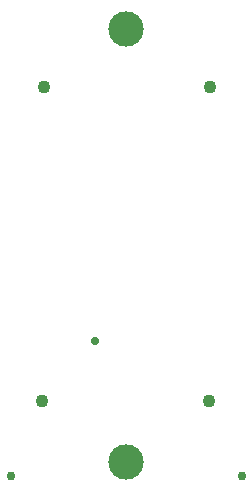
<source format=gbr>
%TF.GenerationSoftware,Altium Limited,Altium Designer,22.4.2 (48)*%
G04 Layer_Color=0*
%FSLAX26Y26*%
%MOIN*%
%TF.SameCoordinates,31C44E49-19BD-49CD-A116-05C5AD78183A*%
%TF.FilePolarity,Positive*%
%TF.FileFunction,Plated,1,2,PTH,Drill*%
%TF.Part,Single*%
G01*
G75*
%TA.AperFunction,OtherDrill,Pad Free-19 (65mil,85mil)*%
%ADD27C,0.030000*%
%TA.AperFunction,OtherDrill,Pad Free-18 (835mil,85mil)*%
%ADD28C,0.030000*%
%TA.AperFunction,OtherDrill,Pad Free-15 (450mil,130mil)*%
%ADD29C,0.118110*%
%TA.AperFunction,OtherDrill,Pad Free-14 (450mil,1575mil)*%
%ADD30C,0.118110*%
%TA.AperFunction,ComponentDrill*%
%ADD31C,0.043307*%
%TA.AperFunction,ViaDrill,NotFilled*%
%ADD32C,0.028000*%
D27*
X65000Y85000D02*
D03*
D28*
X835000D02*
D03*
D29*
X450000Y130000D02*
D03*
D30*
Y1575000D02*
D03*
D31*
X170000Y335000D02*
D03*
X725118D02*
D03*
X175000Y1380000D02*
D03*
X730118D02*
D03*
D32*
X345000Y535000D02*
D03*
%TF.MD5,18a8cd6fe273a1501a04022c673ee4b8*%
M02*

</source>
